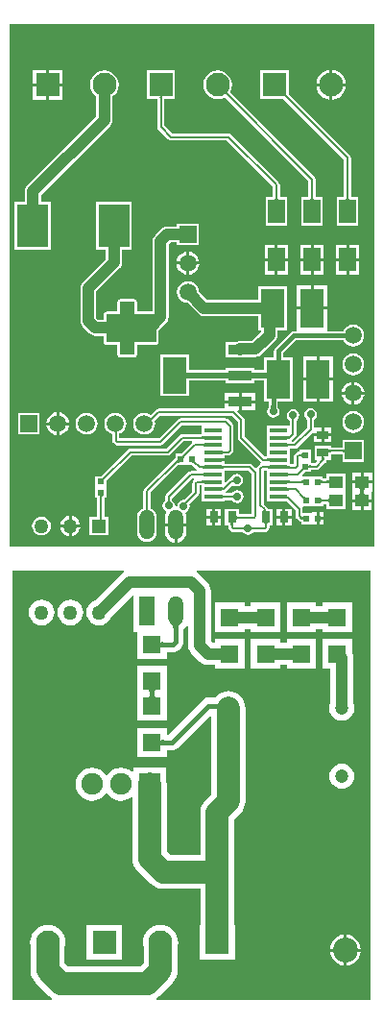
<source format=gtl>
G04*
G04 #@! TF.GenerationSoftware,Altium Limited,Altium Designer,20.0.13 (296)*
G04*
G04 Layer_Physical_Order=1*
G04 Layer_Color=255*
%FSLAX44Y44*%
%MOMM*%
G71*
G01*
G75*
%ADD11C,0.2000*%
%ADD16R,1.5000X2.1200*%
%ADD17R,0.6000X0.5000*%
%ADD18R,1.0000X0.8000*%
%ADD19R,0.5000X0.6000*%
%ADD20R,2.7940X3.8100*%
%ADD21R,2.1500X3.5000*%
%ADD22R,2.1500X0.9500*%
%ADD23R,2.1500X3.2500*%
%ADD24R,1.5600X0.4100*%
%ADD25R,1.6000X1.6000*%
%ADD26R,0.8000X1.0000*%
%ADD27R,1.2500X1.1000*%
%ADD55R,2.0000X2.0000*%
%ADD56C,2.0000*%
%ADD57C,0.3000*%
%ADD58C,0.4000*%
%ADD59C,1.0000*%
%ADD60C,0.5000*%
%ADD61C,2.2000*%
%ADD62R,1.2600X1.2600*%
%ADD63C,1.2600*%
%ADD64O,1.3208X2.6416*%
%ADD65R,1.3208X2.6416*%
%ADD66R,1.5000X1.5000*%
%ADD67C,1.5000*%
%ADD68R,1.5080X1.5080*%
%ADD69C,1.5080*%
%ADD70R,1.5000X1.5000*%
%ADD71C,1.9100*%
%ADD72R,1.9100X1.9100*%
%ADD73C,1.2000*%
%ADD74R,2.1000X2.1000*%
%ADD75C,2.1000*%
%ADD76C,0.7000*%
G36*
X324941Y405000D02*
X3059D01*
Y865941D01*
X324941D01*
Y405000D01*
D02*
G37*
G36*
X153554Y336548D02*
X153218Y336396D01*
X152921Y336143D01*
X152663Y335788D01*
X152445Y335332D01*
X152267Y334775D01*
X152128Y334117D01*
X152029Y333357D01*
X151970Y332496D01*
X151950Y331533D01*
X147950D01*
X147930Y332496D01*
X147772Y334117D01*
X147633Y334775D01*
X147455Y335332D01*
X147237Y335788D01*
X146980Y336143D01*
X146682Y336396D01*
X146346Y336548D01*
X145969Y336599D01*
X153931D01*
X153554Y336548D01*
D02*
G37*
G36*
X136979Y322620D02*
X137100Y322280D01*
X137302Y321980D01*
X137584Y321720D01*
X137947Y321500D01*
X138390Y321320D01*
X138914Y321180D01*
X139518Y321080D01*
X140204Y321020D01*
X140969Y321000D01*
Y317000D01*
X140204Y316980D01*
X139518Y316920D01*
X138914Y316820D01*
X138390Y316680D01*
X137947Y316500D01*
X137584Y316280D01*
X137302Y316020D01*
X137100Y315720D01*
X136979Y315380D01*
X136939Y315000D01*
Y323000D01*
X136979Y322620D01*
D02*
G37*
G36*
X321883Y6118D02*
X133109D01*
X132791Y7387D01*
X133408Y7718D01*
X135692Y9592D01*
X147408Y21308D01*
X149282Y23592D01*
X150675Y26198D01*
X151533Y29025D01*
X151823Y31966D01*
Y52792D01*
X152026Y53461D01*
X152325Y56500D01*
X152026Y59538D01*
X151139Y62460D01*
X149700Y65153D01*
X147763Y67513D01*
X145403Y69450D01*
X142710Y70889D01*
X139789Y71776D01*
X136750Y72075D01*
X133712Y71776D01*
X130790Y70889D01*
X128097Y69450D01*
X125737Y67513D01*
X123800Y65153D01*
X122361Y62460D01*
X121474Y59538D01*
X121175Y56500D01*
X121474Y53461D01*
X121677Y52792D01*
Y38209D01*
X118791Y35323D01*
X54959D01*
X52073Y38209D01*
Y52792D01*
X52276Y53461D01*
X52575Y56500D01*
X52276Y59538D01*
X51389Y62460D01*
X49950Y65153D01*
X48013Y67513D01*
X45653Y69450D01*
X42960Y70889D01*
X40038Y71776D01*
X37000Y72075D01*
X33962Y71776D01*
X31040Y70889D01*
X28347Y69450D01*
X25987Y67513D01*
X24050Y65153D01*
X22611Y62460D01*
X21724Y59538D01*
X21425Y56500D01*
X21724Y53461D01*
X21927Y52792D01*
Y31966D01*
X22217Y29025D01*
X23075Y26198D01*
X24468Y23592D01*
X26342Y21308D01*
X38058Y9592D01*
X40342Y7718D01*
X40959Y7387D01*
X40641Y6118D01*
X6118D01*
Y384500D01*
X104546D01*
X104798Y383230D01*
X104207Y382985D01*
X102118Y381382D01*
X78929Y358193D01*
X76701Y357271D01*
X74341Y355459D01*
X72530Y353099D01*
X71391Y350350D01*
X71003Y347400D01*
X71391Y344450D01*
X72530Y341701D01*
X74341Y339341D01*
X76701Y337529D01*
X79450Y336391D01*
X82400Y336003D01*
X85350Y336391D01*
X88099Y337529D01*
X90459Y339341D01*
X92271Y341701D01*
X93193Y343929D01*
X111773Y362509D01*
X112946Y362022D01*
Y330192D01*
X116000D01*
Y306250D01*
X142000D01*
Y311940D01*
X147250D01*
X149077Y312180D01*
X150780Y312885D01*
X152242Y314008D01*
X154942Y316707D01*
X156065Y318170D01*
X156770Y319873D01*
X157010Y321700D01*
Y331263D01*
X157047Y331428D01*
X157064Y332267D01*
X157090Y332649D01*
X158226Y333520D01*
X159644Y335368D01*
X160914Y334936D01*
Y318500D01*
X161257Y315889D01*
X162265Y313457D01*
X163868Y311368D01*
X171368Y303868D01*
X173457Y302265D01*
X175889Y301257D01*
X178500Y300914D01*
X184500D01*
Y298000D01*
X210500D01*
Y324000D01*
X184500D01*
Y321086D01*
X182678D01*
X181086Y322678D01*
Y366750D01*
X180743Y369361D01*
X179735Y371793D01*
X178132Y373882D01*
X170632Y381382D01*
X168543Y382985D01*
X167952Y383230D01*
X168204Y384500D01*
X321883D01*
Y6118D01*
D02*
G37*
%LPC*%
G36*
X288270Y825485D02*
Y813770D01*
X299985D01*
X299704Y815904D01*
X298390Y819076D01*
X296300Y821800D01*
X293576Y823890D01*
X290404Y825204D01*
X288270Y825485D01*
D02*
G37*
G36*
X285730D02*
X283596Y825204D01*
X280424Y823890D01*
X277700Y821800D01*
X275610Y819076D01*
X274296Y815904D01*
X274015Y813770D01*
X285730D01*
Y825485D01*
D02*
G37*
G36*
X50040Y825540D02*
X38270D01*
Y813770D01*
X50040D01*
Y825540D01*
D02*
G37*
G36*
X35730D02*
X23960D01*
Y813770D01*
X35730D01*
Y825540D01*
D02*
G37*
G36*
X299985Y811230D02*
X288270D01*
Y799515D01*
X290404Y799796D01*
X293576Y801110D01*
X296300Y803200D01*
X298390Y805924D01*
X299704Y809096D01*
X299985Y811230D01*
D02*
G37*
G36*
X285730D02*
X274015D01*
X274296Y809096D01*
X275610Y805924D01*
X277700Y803200D01*
X280424Y801110D01*
X283596Y799796D01*
X285730Y799515D01*
Y811230D01*
D02*
G37*
G36*
X50040D02*
X38270D01*
Y799460D01*
X50040D01*
Y811230D01*
D02*
G37*
G36*
X35730D02*
X23960D01*
Y799460D01*
X35730D01*
Y811230D01*
D02*
G37*
G36*
X249500Y825000D02*
X224500D01*
Y800000D01*
X245174D01*
X298441Y746733D01*
Y713250D01*
X292000D01*
Y688050D01*
X311000D01*
Y713250D01*
X304559D01*
Y748000D01*
X304326Y749171D01*
X303663Y750163D01*
X303663Y750163D01*
X249500Y804326D01*
Y825000D01*
D02*
G37*
G36*
X187000Y825108D02*
X183737Y824678D01*
X180696Y823419D01*
X178085Y821415D01*
X176081Y818804D01*
X174822Y815763D01*
X174392Y812500D01*
X174822Y809237D01*
X176081Y806196D01*
X178085Y803585D01*
X180696Y801581D01*
X183737Y800322D01*
X187000Y799892D01*
X190263Y800322D01*
X193304Y801581D01*
X193468Y801707D01*
X267191Y727983D01*
Y713250D01*
X260750D01*
Y688050D01*
X279750D01*
Y713250D01*
X273309D01*
Y729250D01*
X273076Y730421D01*
X272413Y731413D01*
X272413Y731413D01*
X197793Y806032D01*
X197919Y806196D01*
X199178Y809237D01*
X199608Y812500D01*
X199178Y815763D01*
X197919Y818804D01*
X195915Y821415D01*
X193304Y823419D01*
X190263Y824678D01*
X187000Y825108D01*
D02*
G37*
G36*
X149500Y825000D02*
X124500D01*
Y800000D01*
X133941D01*
Y775250D01*
X133941Y775250D01*
X134174Y774080D01*
X134837Y773087D01*
X143587Y764337D01*
X143587Y764337D01*
X144579Y763674D01*
X145750Y763441D01*
X145750Y763441D01*
X195233D01*
X235718Y722957D01*
Y713250D01*
X229277D01*
Y688050D01*
X248276D01*
Y713250D01*
X241835D01*
Y724223D01*
X241602Y725394D01*
X240939Y726386D01*
X240939Y726386D01*
X198663Y768663D01*
X197670Y769326D01*
X196500Y769559D01*
X196500Y769559D01*
X147017D01*
X140059Y776517D01*
Y800000D01*
X149500D01*
Y825000D01*
D02*
G37*
G36*
X111405Y709050D02*
X79465D01*
Y666950D01*
X88375D01*
Y658609D01*
X68008Y638242D01*
X66885Y636780D01*
X66180Y635077D01*
X65940Y633250D01*
Y604108D01*
X66180Y602281D01*
X66885Y600578D01*
X68008Y599115D01*
X73865Y593258D01*
X75328Y592136D01*
X77031Y591430D01*
X78858Y591190D01*
X86711D01*
Y585500D01*
X86866Y584720D01*
X87308Y584058D01*
X87970Y583616D01*
X88750Y583461D01*
X98711D01*
Y574500D01*
X98866Y573720D01*
X99308Y573058D01*
X99970Y572616D01*
X100750Y572461D01*
X113750D01*
X114530Y572616D01*
X115192Y573058D01*
X115634Y573720D01*
X115789Y574500D01*
Y583461D01*
X132750D01*
X133530Y583616D01*
X134192Y584058D01*
X134634Y584720D01*
X134789Y585500D01*
Y596054D01*
X141742Y603008D01*
X142865Y604470D01*
X143570Y606173D01*
X143810Y608000D01*
Y671868D01*
X145532Y673590D01*
X151210D01*
Y671110D01*
X170290D01*
Y690190D01*
X151210D01*
Y687710D01*
X142608D01*
X140780Y687470D01*
X139078Y686765D01*
X137615Y685642D01*
X131757Y679785D01*
X130635Y678322D01*
X129930Y676619D01*
X129690Y674792D01*
Y612539D01*
X115789D01*
Y621500D01*
X115634Y622280D01*
X115192Y622942D01*
X114530Y623384D01*
X113750Y623539D01*
X100750D01*
X99970Y623384D01*
X99308Y622942D01*
X98866Y622280D01*
X98711Y621500D01*
Y612539D01*
X88750D01*
X87970Y612384D01*
X87308Y611942D01*
X86866Y611280D01*
X86711Y610500D01*
Y605310D01*
X81782D01*
X80060Y607032D01*
Y630326D01*
X100427Y650693D01*
X101550Y652155D01*
X102255Y653858D01*
X102495Y655685D01*
Y666950D01*
X111405D01*
Y709050D01*
D02*
G37*
G36*
X87000Y825108D02*
X83737Y824678D01*
X80696Y823419D01*
X78085Y821415D01*
X76081Y818804D01*
X74822Y815763D01*
X74392Y812500D01*
X74822Y809237D01*
X76081Y806196D01*
X78085Y803585D01*
X79940Y802162D01*
Y784425D01*
X19073Y723558D01*
X17951Y722095D01*
X17245Y720392D01*
X17005Y718565D01*
Y709050D01*
X8095D01*
Y666950D01*
X40035D01*
Y709050D01*
X31125D01*
Y715640D01*
X91992Y776508D01*
X93115Y777970D01*
X93820Y779673D01*
X94060Y781500D01*
Y802162D01*
X95915Y803585D01*
X97919Y806196D01*
X99178Y809237D01*
X99608Y812500D01*
X99178Y815763D01*
X97919Y818804D01*
X95915Y821415D01*
X93304Y823419D01*
X90263Y824678D01*
X87000Y825108D01*
D02*
G37*
G36*
X311540Y671490D02*
X302770D01*
Y659620D01*
X311540D01*
Y671490D01*
D02*
G37*
G36*
X248816D02*
X240047D01*
Y659620D01*
X248816D01*
Y671490D01*
D02*
G37*
G36*
X300230D02*
X291460D01*
Y659620D01*
X300230D01*
Y671490D01*
D02*
G37*
G36*
X237507D02*
X228736D01*
Y659620D01*
X237507D01*
Y671490D01*
D02*
G37*
G36*
X280290D02*
X271520D01*
Y659620D01*
X280290D01*
Y671490D01*
D02*
G37*
G36*
X268980D02*
X260210D01*
Y659620D01*
X268980D01*
Y671490D01*
D02*
G37*
G36*
X162020Y665250D02*
Y656520D01*
X170750D01*
X170571Y657881D01*
X169555Y660333D01*
X167939Y662439D01*
X165833Y664055D01*
X163381Y665070D01*
X162020Y665250D01*
D02*
G37*
G36*
X159480D02*
X158119Y665070D01*
X155667Y664055D01*
X153561Y662439D01*
X151945Y660333D01*
X150929Y657881D01*
X150750Y656520D01*
X159480D01*
Y665250D01*
D02*
G37*
G36*
X170750Y653980D02*
X162020D01*
Y645250D01*
X163381Y645430D01*
X165833Y646445D01*
X167939Y648061D01*
X169555Y650166D01*
X170571Y652619D01*
X170750Y653980D01*
D02*
G37*
G36*
X159480D02*
X150750D01*
X150929Y652619D01*
X151945Y650166D01*
X153561Y648061D01*
X155667Y646445D01*
X158119Y645430D01*
X159480Y645250D01*
Y653980D01*
D02*
G37*
G36*
X311540Y657080D02*
X302770D01*
Y645210D01*
X311540D01*
Y657080D01*
D02*
G37*
G36*
X300230D02*
X291460D01*
Y645210D01*
X300230D01*
Y657080D01*
D02*
G37*
G36*
X280290Y657080D02*
X271520D01*
Y645210D01*
X280290D01*
Y657080D01*
D02*
G37*
G36*
X268980D02*
X260210D01*
Y645210D01*
X268980D01*
Y657080D01*
D02*
G37*
G36*
X248816Y657080D02*
X240047D01*
Y645210D01*
X248816D01*
Y657080D01*
D02*
G37*
G36*
X237507D02*
X228736D01*
Y645210D01*
X237507D01*
Y657080D01*
D02*
G37*
G36*
X283540Y635790D02*
X271520D01*
Y617020D01*
X283540D01*
Y635790D01*
D02*
G37*
G36*
X268980D02*
X256960D01*
Y617020D01*
X268980D01*
Y635790D01*
D02*
G37*
G36*
X43790Y610540D02*
X37750D01*
Y610500D01*
X43790D01*
Y610540D01*
D02*
G37*
G36*
X24750D02*
X18710D01*
Y610500D01*
X24750D01*
Y610540D01*
D02*
G37*
G36*
X43790Y585500D02*
X37750D01*
Y585460D01*
X43790D01*
Y585500D01*
D02*
G37*
G36*
X24750D02*
X18710D01*
Y585460D01*
X24750D01*
Y585500D01*
D02*
G37*
G36*
X283540Y614480D02*
X270250D01*
X256960D01*
Y596748D01*
X256960Y595710D01*
X255786Y595478D01*
X254150D01*
X252589Y595168D01*
X251266Y594284D01*
X251266Y594284D01*
X237616Y580634D01*
X236732Y579311D01*
X236422Y577750D01*
X236422Y577750D01*
Y572500D01*
X227750D01*
Y560838D01*
X219500D01*
Y563000D01*
X194000D01*
Y560838D01*
X161500D01*
Y574500D01*
X136000D01*
Y538000D01*
X161500D01*
Y551662D01*
X194000D01*
Y549500D01*
X219500D01*
Y551662D01*
X227750D01*
Y533500D01*
X231922D01*
Y528818D01*
X231902Y528595D01*
X231887Y528494D01*
X230819Y526896D01*
X230392Y524750D01*
X230819Y522604D01*
X232035Y520785D01*
X233854Y519569D01*
X236000Y519142D01*
X238146Y519569D01*
X239965Y520785D01*
X241181Y522604D01*
X241608Y524750D01*
X241181Y526896D01*
X240113Y528494D01*
X240100Y528577D01*
X240078Y528898D01*
Y533500D01*
X253250D01*
Y572500D01*
X244578D01*
Y576061D01*
X255839Y587322D01*
X297907D01*
X298202Y586609D01*
X299725Y584625D01*
X301709Y583102D01*
X304020Y582145D01*
X306500Y581818D01*
X308980Y582145D01*
X311291Y583102D01*
X313275Y584625D01*
X314798Y586609D01*
X315756Y588920D01*
X316082Y591400D01*
X315756Y593880D01*
X314798Y596191D01*
X313275Y598176D01*
X311291Y599698D01*
X308980Y600656D01*
X306500Y600982D01*
X304020Y600656D01*
X301709Y599698D01*
X299725Y598176D01*
X298202Y596191D01*
X297907Y595478D01*
X284714D01*
X283540Y595710D01*
X283540Y596748D01*
Y614480D01*
D02*
G37*
G36*
X160750Y639472D02*
X158260Y639144D01*
X155939Y638183D01*
X153946Y636654D01*
X152417Y634661D01*
X151456Y632340D01*
X151128Y629850D01*
X151456Y627360D01*
X152417Y625039D01*
X153946Y623046D01*
X155939Y621517D01*
X158260Y620556D01*
X160332Y620283D01*
X169858Y610758D01*
X171320Y609636D01*
X173023Y608930D01*
X174850Y608690D01*
X222500D01*
Y596250D01*
X225690D01*
Y594674D01*
X221922Y590906D01*
X221820Y590864D01*
X220358Y589743D01*
X217176Y586560D01*
X207000D01*
X205173Y586320D01*
X204401Y586000D01*
X194000D01*
Y572500D01*
X204754D01*
X204923Y572430D01*
X206750Y572190D01*
X208577Y572430D01*
X208600Y572440D01*
X220100D01*
X221928Y572680D01*
X223631Y573386D01*
X225093Y574508D01*
X229179Y578594D01*
X229280Y578636D01*
X230742Y579758D01*
X237743Y586758D01*
X238864Y588220D01*
X239570Y589923D01*
X239810Y591750D01*
Y596250D01*
X248000D01*
Y635250D01*
X222500D01*
Y622810D01*
X177775D01*
X170317Y630267D01*
X170044Y632340D01*
X169083Y634661D01*
X167554Y636654D01*
X165561Y638183D01*
X163240Y639144D01*
X160750Y639472D01*
D02*
G37*
G36*
X306500Y575582D02*
X304020Y575256D01*
X301709Y574298D01*
X299725Y572775D01*
X298202Y570791D01*
X297244Y568480D01*
X296918Y566000D01*
X297244Y563520D01*
X298202Y561209D01*
X299725Y559225D01*
X301709Y557702D01*
X304020Y556745D01*
X306500Y556418D01*
X308980Y556745D01*
X311291Y557702D01*
X313275Y559225D01*
X314798Y561209D01*
X315756Y563520D01*
X316082Y566000D01*
X315756Y568480D01*
X314798Y570791D01*
X313275Y572775D01*
X311291Y574298D01*
X308980Y575256D01*
X306500Y575582D01*
D02*
G37*
G36*
X288790Y573040D02*
X276770D01*
Y554270D01*
X288790D01*
Y573040D01*
D02*
G37*
G36*
X274230D02*
X262210D01*
Y554270D01*
X274230D01*
Y573040D01*
D02*
G37*
G36*
X307770Y550559D02*
Y541870D01*
X316459D01*
X316282Y543221D01*
X315270Y545663D01*
X313661Y547761D01*
X311563Y549370D01*
X309121Y550382D01*
X307770Y550559D01*
D02*
G37*
G36*
X305230D02*
X303879Y550382D01*
X301437Y549370D01*
X299339Y547761D01*
X297730Y545663D01*
X296718Y543221D01*
X296541Y541870D01*
X305230D01*
Y550559D01*
D02*
G37*
G36*
X220040Y540540D02*
X208020D01*
Y534520D01*
X220040D01*
Y540540D01*
D02*
G37*
G36*
X205480D02*
X193460D01*
Y534520D01*
X205480D01*
Y540540D01*
D02*
G37*
G36*
X288790Y551730D02*
X276770D01*
Y532960D01*
X288790D01*
Y551730D01*
D02*
G37*
G36*
X274230D02*
X262210D01*
Y532960D01*
X274230D01*
Y551730D01*
D02*
G37*
G36*
X316459Y539330D02*
X307770D01*
Y530641D01*
X309121Y530818D01*
X311563Y531830D01*
X313661Y533439D01*
X315270Y535537D01*
X316282Y537979D01*
X316459Y539330D01*
D02*
G37*
G36*
X305230D02*
X296541D01*
X296718Y537979D01*
X297730Y535537D01*
X299339Y533439D01*
X301437Y531830D01*
X303879Y530818D01*
X305230Y530641D01*
Y539330D01*
D02*
G37*
G36*
X205480Y531980D02*
X193460D01*
Y527059D01*
X134872D01*
X134872Y527059D01*
X133701Y526826D01*
X132709Y526163D01*
X127898Y521352D01*
X126991Y522048D01*
X124680Y523005D01*
X122200Y523332D01*
X119720Y523005D01*
X117409Y522048D01*
X115425Y520526D01*
X113902Y518541D01*
X112945Y516230D01*
X112618Y513750D01*
X112945Y511270D01*
X113902Y508959D01*
X115425Y506975D01*
X117409Y505452D01*
X119720Y504495D01*
X122200Y504168D01*
X124680Y504495D01*
X126991Y505452D01*
X128975Y506975D01*
X130498Y508959D01*
X131455Y511270D01*
X131782Y513750D01*
X131455Y516230D01*
X131447Y516250D01*
X136139Y520941D01*
X199483D01*
X204691Y515733D01*
Y501250D01*
X204691Y501250D01*
X204924Y500079D01*
X205587Y499087D01*
X224837Y479837D01*
X224837Y479837D01*
X225067Y479684D01*
X224799Y478335D01*
X224751Y478326D01*
X223759Y477663D01*
X223759Y477663D01*
X222587Y476491D01*
X221924Y475499D01*
X221874Y475248D01*
X220496Y474830D01*
X217663Y477663D01*
X216671Y478326D01*
X215500Y478559D01*
X215500Y478559D01*
X193290D01*
Y480730D01*
X182950D01*
Y483270D01*
X193290D01*
Y485441D01*
X196250D01*
X196250Y485441D01*
X197421Y485674D01*
X198413Y486337D01*
X200163Y488087D01*
X200163Y488087D01*
X200826Y489079D01*
X201059Y490250D01*
Y511500D01*
X201059Y511500D01*
X200826Y512671D01*
X200163Y513663D01*
X200163Y513663D01*
X196163Y517663D01*
X195171Y518326D01*
X194000Y518559D01*
X194000Y518559D01*
X154500D01*
X153329Y518326D01*
X152337Y517663D01*
X152337Y517663D01*
X135483Y500809D01*
X100309D01*
Y504921D01*
X101591Y505452D01*
X103575Y506975D01*
X105098Y508959D01*
X106055Y511270D01*
X106382Y513750D01*
X106055Y516230D01*
X105098Y518541D01*
X103575Y520526D01*
X101591Y522048D01*
X99280Y523005D01*
X96800Y523332D01*
X94320Y523005D01*
X92009Y522048D01*
X90025Y520526D01*
X88502Y518541D01*
X87545Y516230D01*
X87218Y513750D01*
X87545Y511270D01*
X88502Y508959D01*
X90025Y506975D01*
X92009Y505452D01*
X94191Y504548D01*
Y498922D01*
X94191Y498922D01*
X94424Y497751D01*
X95087Y496759D01*
X96259Y495587D01*
X96259Y495587D01*
X97251Y494924D01*
X98422Y494691D01*
X98422Y494691D01*
X136750D01*
X136750Y494691D01*
X137921Y494924D01*
X138913Y495587D01*
X155767Y512441D01*
X172042D01*
X173150Y512050D01*
Y504559D01*
X155750D01*
X155750Y504559D01*
X154579Y504326D01*
X153587Y503663D01*
X141733Y491809D01*
X110000D01*
X108829Y491576D01*
X107837Y490913D01*
X107837Y490913D01*
X84174Y467250D01*
X79000D01*
Y458520D01*
X79000Y458250D01*
Y457250D01*
X79000Y456980D01*
Y448250D01*
X80941D01*
Y431900D01*
X74100D01*
Y415300D01*
X90700D01*
Y431900D01*
X87059D01*
Y448250D01*
X89000D01*
Y456980D01*
X89000Y457250D01*
Y458250D01*
X89000Y458520D01*
Y463424D01*
X111267Y485691D01*
X143000D01*
X143000Y485691D01*
X144171Y485924D01*
X145163Y486587D01*
X157017Y498441D01*
X164214D01*
X164600Y497171D01*
X164587Y497163D01*
X164587Y497163D01*
X156962Y489538D01*
X156962Y489538D01*
X155196Y487772D01*
X154856Y487454D01*
X154681Y487313D01*
X149563D01*
Y483172D01*
X149392Y483138D01*
X148400Y482475D01*
X122387Y456463D01*
X121724Y455471D01*
X121491Y454300D01*
X121491Y454300D01*
Y439250D01*
X120211Y438720D01*
X118414Y437341D01*
X117034Y435543D01*
X116167Y433450D01*
X115872Y431204D01*
Y417996D01*
X116167Y415750D01*
X117034Y413657D01*
X118414Y411860D01*
X120211Y410480D01*
X122304Y409613D01*
X124550Y409318D01*
X126796Y409613D01*
X128889Y410480D01*
X130686Y411860D01*
X132066Y413657D01*
X132933Y415750D01*
X133228Y417996D01*
Y431204D01*
X132933Y433450D01*
X132066Y435543D01*
X130686Y437341D01*
X128889Y438720D01*
X127609Y439250D01*
Y453033D01*
X151830Y477254D01*
X152562D01*
X152563Y477254D01*
X152858Y477313D01*
X158293D01*
X158562Y477313D01*
Y477313D01*
X159563D01*
Y477313D01*
X164737D01*
X168712Y473337D01*
X168712Y473337D01*
X168725Y473329D01*
X168339Y472059D01*
X163500D01*
X162330Y471826D01*
X161337Y471163D01*
X141543Y451369D01*
X140880Y450377D01*
X140647Y449206D01*
X140647Y449206D01*
Y446144D01*
X139741Y445538D01*
X138525Y443719D01*
X138098Y441573D01*
X138525Y439427D01*
X139741Y437608D01*
X141061Y436726D01*
X141574Y436208D01*
X141657Y435078D01*
X141041Y433591D01*
X140727Y431204D01*
Y425870D01*
X149950D01*
X159173D01*
Y431204D01*
X158859Y433591D01*
X158362Y434790D01*
X158961Y435910D01*
X159053Y435928D01*
X160872Y437144D01*
X162088Y438963D01*
X162515Y441109D01*
X162169Y442844D01*
X169913Y450587D01*
X169913Y450587D01*
X170576Y451580D01*
X170809Y452750D01*
X170809Y452750D01*
Y459441D01*
X173150D01*
Y451950D01*
Y445450D01*
X192750D01*
Y446441D01*
X199679D01*
X200285Y445535D01*
X202104Y444319D01*
X204250Y443892D01*
X206396Y444319D01*
X208215Y445535D01*
X209431Y447354D01*
X209858Y449500D01*
X209431Y451646D01*
X208215Y453465D01*
X206396Y454681D01*
X204250Y455108D01*
X202104Y454681D01*
X200285Y453465D01*
X199679Y452559D01*
X194622D01*
X194237Y453829D01*
X194741Y454166D01*
X200280Y459704D01*
X201604Y458819D01*
X203750Y458392D01*
X205896Y458819D01*
X207715Y460035D01*
X208931Y461854D01*
X209358Y464000D01*
X208931Y466146D01*
X207715Y467965D01*
X205896Y469181D01*
X203750Y469608D01*
X201604Y469181D01*
X199785Y467965D01*
X198569Y466146D01*
X198549Y466043D01*
X198233Y465980D01*
X197241Y465317D01*
X197241Y465317D01*
X193923Y461999D01*
X192750Y462485D01*
Y472441D01*
X214233D01*
X217191Y469483D01*
Y434059D01*
X205500D01*
Y438250D01*
X193500D01*
Y424250D01*
X196441D01*
Y422422D01*
X196441Y422422D01*
X196674Y421251D01*
X197337Y420259D01*
X198509Y419087D01*
X198509Y419087D01*
X199501Y418424D01*
X200672Y418191D01*
X200672Y418191D01*
X209179D01*
X209785Y417285D01*
X211604Y416069D01*
X213750Y415642D01*
X215896Y416069D01*
X217715Y417285D01*
X218321Y418191D01*
X228328D01*
X228328Y418191D01*
X229499Y418424D01*
X230491Y419087D01*
X231663Y420259D01*
X231663Y420259D01*
X232326Y421251D01*
X232559Y422422D01*
X232559Y422422D01*
Y424250D01*
X235500D01*
Y438250D01*
X231446D01*
X231248Y439249D01*
X230585Y440241D01*
X230584Y440241D01*
X227809Y443017D01*
Y472441D01*
X230750D01*
Y464950D01*
Y458450D01*
Y451950D01*
Y445450D01*
X241304D01*
X241600Y445391D01*
X247783D01*
X255941Y437233D01*
Y432250D01*
X255941Y432250D01*
X256174Y431079D01*
X256837Y430087D01*
X258837Y428087D01*
X258837Y428087D01*
X259830Y427424D01*
X261000Y427191D01*
Y425250D01*
X269414Y425250D01*
X270460Y424710D01*
X271046Y424710D01*
X274230D01*
Y430250D01*
Y435790D01*
X270460D01*
X269414Y435250D01*
X262059Y435250D01*
Y438500D01*
X261826Y439670D01*
X261786Y439730D01*
X262465Y441000D01*
X269730D01*
X270000Y441000D01*
X271000D01*
X271270Y441000D01*
X280000D01*
Y442941D01*
X283000D01*
Y438500D01*
X299500D01*
Y453480D01*
X299500Y453500D01*
X299548Y454750D01*
X299750D01*
Y469750D01*
X283250D01*
Y465559D01*
X279750D01*
Y467500D01*
X271020D01*
X270750Y467500D01*
X269750D01*
X269480Y467500D01*
X261872D01*
X261346Y468770D01*
X264076Y471500D01*
X269250D01*
Y472941D01*
X274250D01*
X274250Y472941D01*
X275421Y473174D01*
X276413Y473837D01*
X281913Y479337D01*
X281913Y479337D01*
X282576Y480330D01*
X282809Y481500D01*
X283886Y482000D01*
X286750D01*
Y486741D01*
X297000D01*
Y480300D01*
X316000D01*
Y499300D01*
X297000D01*
Y492859D01*
X286750D01*
Y494000D01*
X272750D01*
Y482000D01*
X274265D01*
X274751Y480827D01*
X272983Y479059D01*
X269250D01*
Y480500D01*
X269250D01*
Y481500D01*
X269250D01*
Y490500D01*
X259250D01*
Y489916D01*
X258422Y489059D01*
X257251Y488826D01*
X256259Y488163D01*
X256259Y488163D01*
X255087Y486991D01*
X254424Y485999D01*
X254191Y484828D01*
X254191Y484828D01*
Y478309D01*
X250350D01*
Y484450D01*
Y491941D01*
X255250D01*
X255250Y491941D01*
X256420Y492174D01*
X257413Y492837D01*
X270940Y506364D01*
X271808Y506149D01*
X272210Y505876D01*
Y505270D01*
X278480D01*
Y510540D01*
X272210Y510540D01*
X272059Y511747D01*
Y517429D01*
X272965Y518035D01*
X274181Y519854D01*
X274608Y522000D01*
X274181Y524146D01*
X272965Y525965D01*
X271146Y527181D01*
X269000Y527608D01*
X266854Y527181D01*
X265035Y525965D01*
X263819Y524146D01*
X263392Y522000D01*
X263819Y519854D01*
X265035Y518035D01*
X265941Y517429D01*
Y510017D01*
X253983Y498059D01*
X252786D01*
X252400Y499329D01*
X252413Y499337D01*
X255663Y502587D01*
X255663Y502587D01*
X256326Y503579D01*
X256559Y504750D01*
Y516429D01*
X257465Y517035D01*
X258681Y518854D01*
X259108Y521000D01*
X258681Y523146D01*
X257465Y524965D01*
X255646Y526181D01*
X253500Y526608D01*
X251354Y526181D01*
X249535Y524965D01*
X248319Y523146D01*
X247892Y521000D01*
X248319Y518854D01*
X249535Y517035D01*
X250441Y516429D01*
Y513282D01*
X250350Y512050D01*
X230750D01*
Y503950D01*
Y497450D01*
Y485059D01*
X228267D01*
X210809Y502517D01*
Y517000D01*
X210809Y517000D01*
X210576Y518171D01*
X209913Y519163D01*
X209913Y519163D01*
X204289Y524787D01*
X204775Y525960D01*
X205480D01*
Y531980D01*
D02*
G37*
G36*
X220040D02*
X208020D01*
Y525960D01*
X220040D01*
Y531980D01*
D02*
G37*
G36*
X47270Y523709D02*
Y515020D01*
X55959D01*
X55782Y516371D01*
X54770Y518813D01*
X53161Y520911D01*
X51063Y522520D01*
X48621Y523532D01*
X47270Y523709D01*
D02*
G37*
G36*
X44730D02*
X43379Y523532D01*
X40937Y522520D01*
X38839Y520911D01*
X37230Y518813D01*
X36218Y516371D01*
X36041Y515020D01*
X44730D01*
Y523709D01*
D02*
G37*
G36*
X306500Y524782D02*
X304020Y524455D01*
X301709Y523498D01*
X299725Y521976D01*
X298202Y519991D01*
X297244Y517680D01*
X296918Y515200D01*
X297244Y512720D01*
X298202Y510409D01*
X299725Y508425D01*
X301709Y506902D01*
X304020Y505945D01*
X306500Y505618D01*
X308980Y505945D01*
X311291Y506902D01*
X313275Y508425D01*
X314798Y510409D01*
X315756Y512720D01*
X316082Y515200D01*
X315756Y517680D01*
X314798Y519991D01*
X313275Y521976D01*
X311291Y523498D01*
X308980Y524455D01*
X306500Y524782D01*
D02*
G37*
G36*
X281020Y510540D02*
Y505270D01*
X287290D01*
Y510540D01*
X281020D01*
D02*
G37*
G36*
X30100Y523250D02*
X11100D01*
Y504250D01*
X30100D01*
Y523250D01*
D02*
G37*
G36*
X71400Y523332D02*
X68920Y523005D01*
X66609Y522048D01*
X64625Y520526D01*
X63102Y518541D01*
X62145Y516230D01*
X61818Y513750D01*
X62145Y511270D01*
X63102Y508959D01*
X64625Y506975D01*
X66609Y505452D01*
X68920Y504495D01*
X71400Y504168D01*
X73880Y504495D01*
X76191Y505452D01*
X78176Y506975D01*
X79698Y508959D01*
X80655Y511270D01*
X80982Y513750D01*
X80655Y516230D01*
X79698Y518541D01*
X78176Y520526D01*
X76191Y522048D01*
X73880Y523005D01*
X71400Y523332D01*
D02*
G37*
G36*
X55959Y512480D02*
X47270D01*
Y503791D01*
X48621Y503968D01*
X51063Y504980D01*
X53161Y506589D01*
X54770Y508687D01*
X55782Y511129D01*
X55959Y512480D01*
D02*
G37*
G36*
X44730D02*
X36041D01*
X36218Y511129D01*
X37230Y508687D01*
X38839Y506589D01*
X40937Y504980D01*
X43379Y503968D01*
X44730Y503791D01*
Y512480D01*
D02*
G37*
G36*
X287290Y502730D02*
X281020D01*
Y497460D01*
X287290D01*
Y502730D01*
D02*
G37*
G36*
X278480D02*
X272210D01*
Y497460D01*
X278480D01*
Y502730D01*
D02*
G37*
G36*
X323290Y470290D02*
X315770D01*
Y463520D01*
X323290D01*
Y470290D01*
D02*
G37*
G36*
X313230D02*
X305710D01*
Y463520D01*
X313230D01*
Y470290D01*
D02*
G37*
G36*
X323290Y460980D02*
X305710D01*
Y455206D01*
X305460Y454040D01*
X305460Y453044D01*
Y447270D01*
X323040D01*
Y453044D01*
X323290Y454210D01*
X323290Y455206D01*
Y460980D01*
D02*
G37*
G36*
X323040Y444730D02*
X315520D01*
Y437960D01*
X323040D01*
Y444730D01*
D02*
G37*
G36*
X312980D02*
X305460D01*
Y437960D01*
X312980D01*
Y444730D01*
D02*
G37*
G36*
X252040Y438790D02*
X246770D01*
Y432520D01*
X252040D01*
Y438790D01*
D02*
G37*
G36*
X244230D02*
X238960D01*
Y432520D01*
X244230D01*
Y438790D01*
D02*
G37*
G36*
X190040D02*
X184770D01*
Y432520D01*
X190040D01*
Y438790D01*
D02*
G37*
G36*
X182230D02*
X176960D01*
Y432520D01*
X182230D01*
Y438790D01*
D02*
G37*
G36*
X276770Y435790D02*
Y431520D01*
X280540D01*
Y435790D01*
X276770D01*
D02*
G37*
G36*
X58270Y432349D02*
Y424870D01*
X65749D01*
X65613Y425908D01*
X64722Y428058D01*
X63305Y429905D01*
X61458Y431322D01*
X59308Y432212D01*
X58270Y432349D01*
D02*
G37*
G36*
X55730D02*
X54692Y432212D01*
X52542Y431322D01*
X50695Y429905D01*
X49278Y428058D01*
X48388Y425908D01*
X48251Y424870D01*
X55730D01*
Y432349D01*
D02*
G37*
G36*
X280540Y428980D02*
X276770D01*
Y424710D01*
X280540D01*
Y428980D01*
D02*
G37*
G36*
X252040Y429980D02*
X246770D01*
Y423710D01*
X252040D01*
Y429980D01*
D02*
G37*
G36*
X244230D02*
X238960D01*
Y423710D01*
X244230D01*
Y429980D01*
D02*
G37*
G36*
X190040Y429980D02*
X184770D01*
Y423710D01*
X190040D01*
Y429980D01*
D02*
G37*
G36*
X182230D02*
X176960D01*
Y423710D01*
X182230D01*
Y429980D01*
D02*
G37*
G36*
X31600Y431972D02*
X29433Y431686D01*
X27414Y430850D01*
X25680Y429520D01*
X24350Y427786D01*
X23514Y425767D01*
X23228Y423600D01*
X23514Y421433D01*
X24350Y419414D01*
X25680Y417680D01*
X27414Y416350D01*
X29433Y415514D01*
X31600Y415228D01*
X33767Y415514D01*
X35786Y416350D01*
X37520Y417680D01*
X38850Y419414D01*
X39686Y421433D01*
X39972Y423600D01*
X39686Y425767D01*
X38850Y427786D01*
X37520Y429520D01*
X35786Y430850D01*
X33767Y431686D01*
X31600Y431972D01*
D02*
G37*
G36*
X65749Y422330D02*
X58270D01*
Y414851D01*
X59308Y414987D01*
X61458Y415878D01*
X63305Y417295D01*
X64722Y419142D01*
X65613Y421292D01*
X65749Y422330D01*
D02*
G37*
G36*
X55730D02*
X48251D01*
X48388Y421292D01*
X49278Y419142D01*
X50695Y417295D01*
X52542Y415878D01*
X54692Y414987D01*
X55730Y414851D01*
Y422330D01*
D02*
G37*
G36*
X159173Y423330D02*
X151220D01*
Y408940D01*
X152337Y409087D01*
X154561Y410009D01*
X156472Y411474D01*
X157937Y413385D01*
X158859Y415609D01*
X159173Y417996D01*
Y423330D01*
D02*
G37*
G36*
X148680D02*
X140727D01*
Y417996D01*
X141041Y415609D01*
X141963Y413385D01*
X143428Y411474D01*
X145338Y410009D01*
X147563Y409087D01*
X148680Y408940D01*
Y423330D01*
D02*
G37*
%LPD*%
G36*
X302510Y712834D02*
X302540Y712489D01*
X302590Y712184D01*
X302660Y711920D01*
X302750Y711697D01*
X302860Y711514D01*
X302990Y711372D01*
X303140Y711270D01*
X303310Y711209D01*
X303500Y711189D01*
X299500D01*
X299690Y711209D01*
X299860Y711270D01*
X300010Y711372D01*
X300140Y711514D01*
X300250Y711697D01*
X300340Y711920D01*
X300410Y712184D01*
X300460Y712489D01*
X300490Y712834D01*
X300500Y713220D01*
X302500D01*
X302510Y712834D01*
D02*
G37*
G36*
X271260D02*
X271290Y712489D01*
X271340Y712184D01*
X271410Y711920D01*
X271500Y711697D01*
X271610Y711514D01*
X271740Y711372D01*
X271890Y711270D01*
X272060Y711209D01*
X272250Y711189D01*
X268250D01*
X268440Y711209D01*
X268610Y711270D01*
X268760Y711372D01*
X268890Y711514D01*
X269000Y711697D01*
X269090Y711920D01*
X269160Y712184D01*
X269210Y712489D01*
X269240Y712834D01*
X269250Y713220D01*
X271250D01*
X271260Y712834D01*
D02*
G37*
G36*
X138810Y802010D02*
X138640Y801951D01*
X138490Y801851D01*
X138360Y801711D01*
X138250Y801531D01*
X138160Y801311D01*
X138090Y801050D01*
X138040Y800751D01*
X138010Y800411D01*
X138000Y800031D01*
X136000D01*
X135990Y800411D01*
X135960Y800751D01*
X135910Y801050D01*
X135840Y801311D01*
X135750Y801531D01*
X135640Y801711D01*
X135510Y801851D01*
X135360Y801951D01*
X135190Y802010D01*
X135000Y802030D01*
X139000D01*
X138810Y802010D01*
D02*
G37*
G36*
X239786Y712834D02*
X239816Y712489D01*
X239866Y712184D01*
X239936Y711920D01*
X240026Y711697D01*
X240136Y711514D01*
X240266Y711372D01*
X240416Y711270D01*
X240586Y711209D01*
X240776Y711189D01*
X236776D01*
X236966Y711209D01*
X237136Y711270D01*
X237286Y711372D01*
X237416Y711514D01*
X237526Y711697D01*
X237616Y711920D01*
X237686Y712184D01*
X237736Y712489D01*
X237766Y712834D01*
X237776Y713220D01*
X239776D01*
X239786Y712834D01*
D02*
G37*
G36*
X113750Y610500D02*
X132750D01*
Y585500D01*
X113750D01*
Y574500D01*
X100750D01*
Y585500D01*
X88750D01*
Y593211D01*
X87281Y593250D01*
Y603250D01*
X88750Y603287D01*
Y610500D01*
X100750D01*
Y621500D01*
X113750D01*
Y610500D01*
D02*
G37*
G36*
X238004Y529332D02*
X238072Y528351D01*
X238113Y528088D01*
X238162Y527857D01*
X238221Y527657D01*
X238288Y527490D01*
X238365Y527354D01*
X238450Y527249D01*
X233550D01*
X233636Y527354D01*
X233712Y527490D01*
X233780Y527657D01*
X233838Y527857D01*
X233888Y528088D01*
X233928Y528351D01*
X233982Y528973D01*
X234000Y529722D01*
X238000D01*
X238004Y529332D01*
D02*
G37*
G36*
X248309Y503254D02*
X248367Y503096D01*
X248465Y502956D01*
X248603Y502835D01*
X248779Y502733D01*
X248995Y502649D01*
X249250Y502584D01*
X249544Y502537D01*
X249877Y502509D01*
X250250Y502500D01*
Y500500D01*
X249877Y500491D01*
X249544Y500463D01*
X249250Y500416D01*
X248995Y500351D01*
X248779Y500267D01*
X248603Y500165D01*
X248465Y500044D01*
X248367Y499905D01*
X248309Y499746D01*
X248289Y499570D01*
Y503430D01*
X248309Y503254D01*
D02*
G37*
G36*
X175211Y499500D02*
X175191Y499690D01*
X175130Y499860D01*
X175028Y500010D01*
X174886Y500140D01*
X174703Y500250D01*
X174480Y500340D01*
X174216Y500410D01*
X173911Y500460D01*
X173566Y500490D01*
X173181Y500500D01*
Y502500D01*
X173566Y502510D01*
X173911Y502540D01*
X174216Y502590D01*
X174480Y502660D01*
X174703Y502750D01*
X174886Y502860D01*
X175028Y502990D01*
X175130Y503140D01*
X175191Y503310D01*
X175211Y503500D01*
Y499500D01*
D02*
G37*
G36*
X248309Y496810D02*
X248370Y496640D01*
X248472Y496490D01*
X248614Y496360D01*
X248797Y496250D01*
X249020Y496160D01*
X249284Y496090D01*
X249589Y496040D01*
X249934Y496010D01*
X250319Y496000D01*
Y494000D01*
X249934Y493990D01*
X249589Y493960D01*
X249284Y493910D01*
X249020Y493840D01*
X248797Y493750D01*
X248614Y493640D01*
X248472Y493510D01*
X248370Y493360D01*
X248309Y493190D01*
X248289Y493000D01*
Y497000D01*
X248309Y496810D01*
D02*
G37*
G36*
X175211Y493000D02*
X175191Y493190D01*
X175130Y493360D01*
X175028Y493510D01*
X174886Y493640D01*
X174703Y493750D01*
X174480Y493840D01*
X174216Y493910D01*
X173911Y493960D01*
X173566Y493990D01*
X173181Y494000D01*
Y496000D01*
X173566Y496010D01*
X173911Y496040D01*
X174216Y496090D01*
X174480Y496160D01*
X174703Y496250D01*
X174886Y496360D01*
X175028Y496490D01*
X175130Y496640D01*
X175191Y496810D01*
X175211Y497000D01*
Y493000D01*
D02*
G37*
G36*
X299061Y487800D02*
X299041Y487990D01*
X298980Y488160D01*
X298878Y488310D01*
X298736Y488440D01*
X298553Y488550D01*
X298330Y488640D01*
X298066Y488710D01*
X297761Y488760D01*
X297416Y488790D01*
X297031Y488800D01*
Y490800D01*
X297416Y490810D01*
X297761Y490840D01*
X298066Y490890D01*
X298330Y490960D01*
X298553Y491050D01*
X298736Y491160D01*
X298878Y491290D01*
X298980Y491440D01*
X299041Y491610D01*
X299061Y491800D01*
Y487800D01*
D02*
G37*
G36*
X284709Y491610D02*
X284770Y491440D01*
X284872Y491290D01*
X285014Y491160D01*
X285197Y491050D01*
X285420Y490960D01*
X285684Y490890D01*
X285989Y490840D01*
X286334Y490810D01*
X286719Y490800D01*
Y488800D01*
X286334Y488790D01*
X285989Y488760D01*
X285684Y488710D01*
X285420Y488640D01*
X285197Y488550D01*
X285014Y488440D01*
X284872Y488310D01*
X284770Y488160D01*
X284709Y487990D01*
X284689Y487800D01*
Y491800D01*
X284709Y491610D01*
D02*
G37*
G36*
X190709Y490310D02*
X190770Y490140D01*
X190872Y489990D01*
X191014Y489860D01*
X191197Y489750D01*
X191420Y489660D01*
X191684Y489590D01*
X191989Y489540D01*
X192334Y489510D01*
X192719Y489500D01*
Y487500D01*
X192334Y487490D01*
X191989Y487460D01*
X191684Y487410D01*
X191420Y487340D01*
X191197Y487250D01*
X191014Y487140D01*
X190872Y487010D01*
X190770Y486860D01*
X190709Y486690D01*
X190689Y486500D01*
Y490500D01*
X190709Y490310D01*
D02*
G37*
G36*
X157946Y484782D02*
X157570Y484391D01*
X156971Y483682D01*
X156749Y483363D01*
X156579Y483069D01*
X156460Y482798D01*
X156393Y482551D01*
X156377Y482328D01*
X156414Y482129D01*
X156502Y481954D01*
X154204Y485252D01*
X154334Y485119D01*
X154499Y485048D01*
X154697Y485039D01*
X154929Y485091D01*
X155195Y485205D01*
X155495Y485380D01*
X155828Y485617D01*
X156196Y485915D01*
X157032Y486696D01*
X157946Y484782D01*
D02*
G37*
G36*
X261311Y484000D02*
X261291Y484190D01*
X261230Y484360D01*
X261128Y484510D01*
X260986Y484640D01*
X260803Y484750D01*
X260580Y484840D01*
X260316Y484910D01*
X260011Y484960D01*
X259666Y484990D01*
X259280Y485000D01*
Y487000D01*
X259666Y487010D01*
X260011Y487040D01*
X260316Y487090D01*
X260580Y487160D01*
X260803Y487250D01*
X260986Y487360D01*
X261128Y487490D01*
X261230Y487640D01*
X261291Y487810D01*
X261311Y488000D01*
Y484000D01*
D02*
G37*
G36*
X281560Y484041D02*
X281390Y483980D01*
X281240Y483878D01*
X281110Y483736D01*
X281000Y483553D01*
X280910Y483330D01*
X280840Y483066D01*
X280790Y482761D01*
X280760Y482416D01*
X280750Y482030D01*
X278750D01*
X278740Y482416D01*
X278710Y482761D01*
X278660Y483066D01*
X278590Y483330D01*
X278500Y483553D01*
X278390Y483736D01*
X278260Y483878D01*
X278110Y483980D01*
X277940Y484041D01*
X277750Y484061D01*
X281750D01*
X281560Y484041D01*
D02*
G37*
G36*
X232811Y480000D02*
X232791Y480190D01*
X232730Y480360D01*
X232628Y480510D01*
X232486Y480640D01*
X232303Y480750D01*
X232080Y480840D01*
X231816Y480910D01*
X231511Y480960D01*
X231166Y480990D01*
X230781Y481000D01*
Y483000D01*
X231166Y483010D01*
X231511Y483040D01*
X231816Y483090D01*
X232080Y483160D01*
X232303Y483250D01*
X232486Y483360D01*
X232628Y483490D01*
X232730Y483640D01*
X232791Y483810D01*
X232811Y484000D01*
Y480000D01*
D02*
G37*
G36*
X151593Y479343D02*
X150562Y479313D01*
Y481312D01*
X151623Y481343D01*
X151593Y479343D01*
D02*
G37*
G36*
X267239Y477810D02*
X267299Y477640D01*
X267400Y477490D01*
X267540Y477360D01*
X267719Y477250D01*
X267939Y477160D01*
X268200Y477090D01*
X268500Y477040D01*
X268839Y477010D01*
X269219Y477000D01*
Y475000D01*
X268839Y474990D01*
X268500Y474960D01*
X268200Y474910D01*
X267939Y474840D01*
X267719Y474750D01*
X267540Y474640D01*
X267400Y474510D01*
X267299Y474360D01*
X267239Y474190D01*
X267220Y474000D01*
Y478000D01*
X267239Y477810D01*
D02*
G37*
G36*
X232811Y473500D02*
X232791Y473690D01*
X232730Y473860D01*
X232628Y474010D01*
X232486Y474140D01*
X232303Y474250D01*
X232080Y474340D01*
X231816Y474410D01*
X231511Y474460D01*
X231166Y474490D01*
X230781Y474500D01*
Y476500D01*
X231166Y476510D01*
X231511Y476540D01*
X231816Y476590D01*
X232080Y476660D01*
X232303Y476750D01*
X232486Y476860D01*
X232628Y476990D01*
X232730Y477140D01*
X232791Y477310D01*
X232811Y477500D01*
Y473500D01*
D02*
G37*
G36*
X190709Y477310D02*
X190770Y477140D01*
X190872Y476990D01*
X191014Y476860D01*
X191197Y476750D01*
X191420Y476660D01*
X191684Y476590D01*
X191989Y476540D01*
X192334Y476510D01*
X192719Y476500D01*
Y474500D01*
X192334Y474490D01*
X191989Y474460D01*
X191684Y474410D01*
X191420Y474340D01*
X191197Y474250D01*
X191014Y474140D01*
X190872Y474010D01*
X190770Y473860D01*
X190709Y473690D01*
X190689Y473500D01*
Y477500D01*
X190709Y477310D01*
D02*
G37*
G36*
X175211Y473500D02*
X175191Y473690D01*
X175130Y473860D01*
X175028Y474010D01*
X174886Y474140D01*
X174703Y474250D01*
X174480Y474340D01*
X174216Y474410D01*
X173911Y474460D01*
X173566Y474490D01*
X173181Y474500D01*
Y476500D01*
X173566Y476510D01*
X173911Y476540D01*
X174216Y476590D01*
X174480Y476660D01*
X174703Y476750D01*
X174886Y476860D01*
X175028Y476990D01*
X175130Y477140D01*
X175191Y477310D01*
X175211Y477500D01*
Y473500D01*
D02*
G37*
G36*
X248311Y477060D02*
X248373Y476890D01*
X248475Y476740D01*
X248618Y476610D01*
X248801Y476500D01*
X249024Y476410D01*
X249287Y476340D01*
X249591Y476290D01*
X249935Y476260D01*
X250319Y476250D01*
Y474250D01*
X249939Y474242D01*
X249300Y474181D01*
X249039Y474127D01*
X248820Y474058D01*
X248640Y473973D01*
X248500Y473873D01*
X248400Y473758D01*
X248340Y473627D01*
X248319Y473480D01*
X248289Y477250D01*
X248311Y477060D01*
D02*
G37*
G36*
X248309Y470810D02*
X248370Y470640D01*
X248472Y470490D01*
X248614Y470360D01*
X248797Y470250D01*
X249020Y470160D01*
X249284Y470090D01*
X249589Y470040D01*
X249934Y470010D01*
X250319Y470000D01*
Y468000D01*
X249934Y467990D01*
X249589Y467960D01*
X249284Y467910D01*
X249020Y467840D01*
X248797Y467750D01*
X248614Y467640D01*
X248472Y467510D01*
X248370Y467360D01*
X248309Y467190D01*
X248289Y467000D01*
Y471000D01*
X248309Y470810D01*
D02*
G37*
G36*
X175211Y467000D02*
X175191Y467190D01*
X175130Y467360D01*
X175028Y467510D01*
X174886Y467640D01*
X174703Y467750D01*
X174480Y467840D01*
X174216Y467910D01*
X173911Y467960D01*
X173566Y467990D01*
X173181Y468000D01*
Y470000D01*
X173566Y470010D01*
X173911Y470040D01*
X174216Y470090D01*
X174480Y470160D01*
X174703Y470250D01*
X174886Y470360D01*
X175028Y470490D01*
X175130Y470640D01*
X175191Y470810D01*
X175211Y471000D01*
Y467000D01*
D02*
G37*
G36*
X200797Y462122D02*
X200779Y462128D01*
X200734Y462133D01*
X200663Y462138D01*
X199404Y462154D01*
Y464154D01*
X199565Y464155D01*
X200042Y464184D01*
X200119Y464197D01*
X200180Y464212D01*
X200223Y464230D01*
X200250Y464250D01*
X200261Y464273D01*
X200797Y462122D01*
D02*
G37*
G36*
X285311Y460500D02*
X285291Y460690D01*
X285230Y460860D01*
X285128Y461010D01*
X284986Y461140D01*
X284803Y461250D01*
X284580Y461340D01*
X284316Y461410D01*
X284011Y461460D01*
X283666Y461490D01*
X283281Y461500D01*
Y463500D01*
X283666Y463510D01*
X284011Y463540D01*
X284316Y463590D01*
X284580Y463660D01*
X284803Y463750D01*
X284986Y463860D01*
X285128Y463990D01*
X285230Y464140D01*
X285291Y464310D01*
X285311Y464500D01*
Y460500D01*
D02*
G37*
G36*
X277709Y464310D02*
X277770Y464140D01*
X277872Y463990D01*
X278014Y463860D01*
X278197Y463750D01*
X278420Y463660D01*
X278684Y463590D01*
X278988Y463540D01*
X279334Y463510D01*
X279720Y463500D01*
Y461500D01*
X279334Y461490D01*
X278988Y461460D01*
X278684Y461410D01*
X278420Y461340D01*
X278197Y461250D01*
X278014Y461140D01*
X277872Y461010D01*
X277770Y460860D01*
X277709Y460690D01*
X277689Y460500D01*
Y464500D01*
X277709Y464310D01*
D02*
G37*
G36*
X262811Y460500D02*
X262791Y460690D01*
X262730Y460860D01*
X262628Y461010D01*
X262486Y461140D01*
X262303Y461250D01*
X262080Y461340D01*
X261816Y461410D01*
X261511Y461460D01*
X261166Y461490D01*
X260781Y461500D01*
Y463500D01*
X261166Y463510D01*
X261511Y463540D01*
X261816Y463590D01*
X262080Y463660D01*
X262303Y463750D01*
X262486Y463860D01*
X262628Y463990D01*
X262730Y464140D01*
X262791Y464310D01*
X262811Y464500D01*
Y460500D01*
D02*
G37*
G36*
X248309Y464310D02*
X248370Y464140D01*
X248472Y463990D01*
X248614Y463860D01*
X248797Y463750D01*
X249020Y463660D01*
X249284Y463590D01*
X249589Y463540D01*
X249934Y463510D01*
X250319Y463500D01*
Y461500D01*
X249934Y461490D01*
X249589Y461460D01*
X249284Y461410D01*
X249020Y461340D01*
X248797Y461250D01*
X248614Y461140D01*
X248472Y461010D01*
X248370Y460860D01*
X248309Y460690D01*
X248289Y460500D01*
Y464500D01*
X248309Y464310D01*
D02*
G37*
G36*
X175211Y460500D02*
X175191Y460690D01*
X175130Y460860D01*
X175028Y461010D01*
X174886Y461140D01*
X174703Y461250D01*
X174480Y461340D01*
X174216Y461410D01*
X173911Y461460D01*
X173566Y461490D01*
X173181Y461500D01*
Y463500D01*
X173566Y463510D01*
X173911Y463540D01*
X174216Y463590D01*
X174480Y463660D01*
X174703Y463750D01*
X174886Y463860D01*
X175028Y463990D01*
X175130Y464140D01*
X175191Y464310D01*
X175211Y464500D01*
Y460500D01*
D02*
G37*
G36*
X190738Y457888D02*
X190794Y457771D01*
X190887Y457667D01*
X191017Y457577D01*
X191184Y457501D01*
X191389Y457439D01*
X191630Y457391D01*
X191909Y457356D01*
X192225Y457335D01*
X192578Y457328D01*
Y455328D01*
X192221Y455320D01*
X191901Y455294D01*
X191618Y455251D01*
X191373Y455191D01*
X191165Y455114D01*
X190995Y455019D01*
X190862Y454908D01*
X190767Y454779D01*
X190709Y454633D01*
X190689Y454469D01*
X190720Y458019D01*
X190738Y457888D01*
D02*
G37*
G36*
X248309Y457810D02*
X248370Y457640D01*
X248472Y457490D01*
X248614Y457360D01*
X248797Y457250D01*
X249020Y457160D01*
X249284Y457090D01*
X249589Y457040D01*
X249934Y457010D01*
X250319Y457000D01*
Y455000D01*
X249934Y454990D01*
X249589Y454960D01*
X249284Y454910D01*
X249020Y454840D01*
X248797Y454750D01*
X248614Y454640D01*
X248472Y454510D01*
X248370Y454360D01*
X248309Y454190D01*
X248289Y454000D01*
Y458000D01*
X248309Y457810D01*
D02*
G37*
G36*
X85810Y450291D02*
X85640Y450230D01*
X85490Y450128D01*
X85360Y449986D01*
X85250Y449803D01*
X85160Y449580D01*
X85090Y449316D01*
X85040Y449011D01*
X85010Y448666D01*
X85000Y448280D01*
X83000D01*
X82990Y448666D01*
X82960Y449011D01*
X82910Y449316D01*
X82840Y449580D01*
X82750Y449803D01*
X82640Y449986D01*
X82510Y450128D01*
X82360Y450230D01*
X82190Y450291D01*
X82000Y450311D01*
X86000D01*
X85810Y450291D01*
D02*
G37*
G36*
X190709Y451310D02*
X190770Y451140D01*
X190872Y450990D01*
X191014Y450860D01*
X191197Y450750D01*
X191420Y450660D01*
X191684Y450590D01*
X191989Y450540D01*
X192334Y450510D01*
X192719Y450500D01*
Y448500D01*
X192334Y448490D01*
X191989Y448460D01*
X191684Y448410D01*
X191420Y448340D01*
X191197Y448250D01*
X191014Y448140D01*
X190872Y448010D01*
X190770Y447860D01*
X190709Y447690D01*
X190689Y447500D01*
Y451500D01*
X190709Y451310D01*
D02*
G37*
G36*
X166771Y464671D02*
X166759Y464663D01*
X166759Y464663D01*
X165587Y463491D01*
X164924Y462499D01*
X164691Y461328D01*
X164691Y461328D01*
Y454017D01*
X157311Y446636D01*
X156907Y446717D01*
X154761Y446290D01*
X152942Y445074D01*
X151726Y443255D01*
X151312Y441171D01*
X151208Y441110D01*
X150472Y441119D01*
X149314Y441573D01*
X148887Y443719D01*
X147671Y445538D01*
X146765Y446144D01*
Y447939D01*
X164767Y465941D01*
X166386D01*
X166771Y464671D01*
D02*
G37*
G36*
X262966Y449962D02*
X263734Y449304D01*
X264068Y449068D01*
X264368Y448892D01*
X264634Y448779D01*
X264866Y448727D01*
X265064Y448736D01*
X265228Y448807D01*
X265359Y448939D01*
X263061Y445641D01*
X263142Y445823D01*
X263157Y446044D01*
X263106Y446302D01*
X262990Y446598D01*
X262807Y446933D01*
X262559Y447305D01*
X262245Y447716D01*
X261420Y448652D01*
X260909Y449177D01*
X262530Y450384D01*
X262966Y449962D01*
D02*
G37*
G36*
X285061Y444000D02*
X285041Y444190D01*
X284980Y444360D01*
X284878Y444510D01*
X284736Y444640D01*
X284553Y444750D01*
X284330Y444840D01*
X284066Y444910D01*
X283761Y444960D01*
X283416Y444990D01*
X283030Y445000D01*
Y447000D01*
X283416Y447010D01*
X283761Y447040D01*
X284066Y447090D01*
X284330Y447160D01*
X284553Y447250D01*
X284736Y447360D01*
X284878Y447490D01*
X284980Y447640D01*
X285041Y447810D01*
X285061Y448000D01*
Y444000D01*
D02*
G37*
G36*
X277959Y447810D02*
X278020Y447640D01*
X278122Y447490D01*
X278264Y447360D01*
X278447Y447250D01*
X278670Y447160D01*
X278934Y447090D01*
X279239Y447040D01*
X279584Y447010D01*
X279970Y447000D01*
Y445000D01*
X279584Y444990D01*
X279239Y444960D01*
X278934Y444910D01*
X278670Y444840D01*
X278447Y444750D01*
X278264Y444640D01*
X278122Y444510D01*
X278020Y444360D01*
X277959Y444190D01*
X277939Y444000D01*
Y448000D01*
X277959Y447810D01*
D02*
G37*
G36*
X125560Y439279D02*
X125590Y438892D01*
X125639Y438551D01*
X125709Y438256D01*
X125798Y438006D01*
X125907Y437801D01*
X126036Y437642D01*
X126184Y437528D01*
X126353Y437460D01*
X126541Y437438D01*
X122559D01*
X122747Y437460D01*
X122916Y437528D01*
X123064Y437642D01*
X123193Y437801D01*
X123302Y438006D01*
X123391Y438256D01*
X123461Y438551D01*
X123510Y438892D01*
X123540Y439279D01*
X123550Y439711D01*
X125550D01*
X125560Y439279D01*
D02*
G37*
G36*
X229430Y437719D02*
X229456Y437398D01*
X229499Y437115D01*
X229559Y436869D01*
X229636Y436661D01*
X229731Y436491D01*
X229842Y436359D01*
X229971Y436265D01*
X230117Y436208D01*
X230280Y436189D01*
X226563D01*
X226726Y436208D01*
X226872Y436265D01*
X227001Y436359D01*
X227112Y436491D01*
X227207Y436661D01*
X227284Y436869D01*
X227344Y437115D01*
X227387Y437398D01*
X227413Y437719D01*
X227422Y438078D01*
X229422D01*
X229430Y437719D01*
D02*
G37*
G36*
X85010Y431484D02*
X85040Y431138D01*
X85090Y430834D01*
X85160Y430570D01*
X85250Y430347D01*
X85360Y430164D01*
X85490Y430022D01*
X85640Y429920D01*
X85810Y429859D01*
X86000Y429839D01*
X82000D01*
X82190Y429859D01*
X82360Y429920D01*
X82510Y430022D01*
X82640Y430164D01*
X82750Y430347D01*
X82840Y430570D01*
X82910Y430834D01*
X82960Y431138D01*
X82990Y431484D01*
X83000Y431870D01*
X85000D01*
X85010Y431484D01*
D02*
G37*
G36*
X203459Y432810D02*
X203520Y432640D01*
X203622Y432490D01*
X203764Y432360D01*
X203947Y432250D01*
X204170Y432160D01*
X204434Y432090D01*
X204739Y432040D01*
X205084Y432010D01*
X205469Y432000D01*
Y430000D01*
X205084Y429990D01*
X204739Y429960D01*
X204434Y429910D01*
X204170Y429840D01*
X203947Y429750D01*
X203764Y429640D01*
X203622Y429510D01*
X203520Y429360D01*
X203459Y429190D01*
X203439Y429000D01*
Y433000D01*
X203459Y432810D01*
D02*
G37*
G36*
X263061Y428250D02*
X263041Y428440D01*
X262980Y428610D01*
X262878Y428760D01*
X262736Y428890D01*
X262553Y429000D01*
X262330Y429090D01*
X262066Y429160D01*
X261761Y429210D01*
X261416Y429240D01*
X261031Y429250D01*
Y431250D01*
X261416Y431260D01*
X261761Y431290D01*
X262066Y431340D01*
X262330Y431410D01*
X262553Y431500D01*
X262736Y431610D01*
X262878Y431740D01*
X262980Y431890D01*
X263041Y432060D01*
X263061Y432250D01*
Y428250D01*
D02*
G37*
G36*
X231310Y426260D02*
X231140Y426200D01*
X230990Y426101D01*
X230860Y425961D01*
X230750Y425780D01*
X230660Y425560D01*
X230590Y425300D01*
X230540Y425000D01*
X230510Y424660D01*
X230500Y424281D01*
X228500D01*
X228490Y424660D01*
X228460Y425000D01*
X228410Y425300D01*
X228340Y425560D01*
X228250Y425780D01*
X228140Y425961D01*
X228010Y426101D01*
X227860Y426200D01*
X227690Y426260D01*
X227500Y426281D01*
X231500D01*
X231310Y426260D01*
D02*
G37*
G36*
X201310Y426291D02*
X201140Y426230D01*
X200990Y426128D01*
X200860Y425986D01*
X200750Y425803D01*
X200660Y425580D01*
X200590Y425316D01*
X200540Y425011D01*
X200510Y424666D01*
X200500Y424281D01*
X198500D01*
X198490Y424666D01*
X198460Y425011D01*
X198410Y425316D01*
X198340Y425580D01*
X198250Y425803D01*
X198140Y425986D01*
X198010Y426128D01*
X197860Y426230D01*
X197690Y426291D01*
X197500Y426311D01*
X201500D01*
X201310Y426291D01*
D02*
G37*
G36*
X317215Y456750D02*
X316960Y456660D01*
X316735Y456511D01*
X316540Y456301D01*
X316375Y456031D01*
X316240Y455700D01*
X316135Y455311D01*
X316060Y454860D01*
X316015Y454351D01*
X316009Y454123D01*
X316015Y453894D01*
X316060Y453378D01*
X316135Y452924D01*
X316240Y452530D01*
X316375Y452197D01*
X316540Y451924D01*
X316735Y451712D01*
X316960Y451560D01*
X317215Y451469D01*
X317500Y451439D01*
X311500D01*
X311785Y451469D01*
X312040Y451560D01*
X312265Y451712D01*
X312460Y451924D01*
X312625Y452197D01*
X312760Y452530D01*
X312865Y452924D01*
X312940Y453378D01*
X312985Y453894D01*
X312991Y454123D01*
X312985Y454351D01*
X312940Y454860D01*
X312865Y455311D01*
X312760Y455700D01*
X312625Y456031D01*
X312460Y456301D01*
X312265Y456511D01*
X312040Y456660D01*
X311785Y456750D01*
X311500Y456781D01*
X317500D01*
X317215Y456750D01*
D02*
G37*
%LPC*%
G36*
X305500Y356000D02*
X279500D01*
Y353086D01*
X273833D01*
Y356000D01*
X247833D01*
Y330000D01*
X273833D01*
Y332914D01*
X279500D01*
Y330000D01*
X305500D01*
Y356000D01*
D02*
G37*
G36*
X242167D02*
X216167D01*
Y353086D01*
X210500D01*
Y356000D01*
X184500D01*
Y330000D01*
X210500D01*
Y332914D01*
X216167D01*
Y330000D01*
X242167D01*
Y356000D01*
D02*
G37*
G36*
X57000Y358797D02*
X54050Y358409D01*
X51301Y357271D01*
X48941Y355459D01*
X47130Y353099D01*
X45991Y350350D01*
X45603Y347400D01*
X45991Y344450D01*
X47130Y341701D01*
X48941Y339341D01*
X51301Y337529D01*
X54050Y336391D01*
X57000Y336003D01*
X59950Y336391D01*
X62699Y337529D01*
X65059Y339341D01*
X66871Y341701D01*
X68009Y344450D01*
X68397Y347400D01*
X68009Y350350D01*
X66871Y353099D01*
X65059Y355459D01*
X62699Y357271D01*
X59950Y358409D01*
X57000Y358797D01*
D02*
G37*
G36*
X31600D02*
X28650Y358409D01*
X25901Y357271D01*
X23541Y355459D01*
X21730Y353099D01*
X20591Y350350D01*
X20203Y347400D01*
X20591Y344450D01*
X21730Y341701D01*
X23541Y339341D01*
X25901Y337529D01*
X28650Y336391D01*
X31600Y336003D01*
X34550Y336391D01*
X37299Y337529D01*
X39659Y339341D01*
X41471Y341701D01*
X42609Y344450D01*
X42997Y347400D01*
X42609Y350350D01*
X41471Y353099D01*
X39659Y355459D01*
X37299Y357271D01*
X34550Y358409D01*
X31600Y358797D01*
D02*
G37*
G36*
X273833Y324000D02*
X247833D01*
Y321086D01*
X242167D01*
Y324000D01*
X216167D01*
Y298000D01*
X242167D01*
Y300914D01*
X247833D01*
Y298000D01*
X273833D01*
Y324000D01*
D02*
G37*
G36*
X305500D02*
X279500D01*
Y298000D01*
X286414D01*
Y267394D01*
X285783Y265872D01*
X285405Y263000D01*
X285783Y260128D01*
X286892Y257453D01*
X288655Y255155D01*
X290953Y253391D01*
X293628Y252283D01*
X296500Y251905D01*
X299372Y252283D01*
X302048Y253391D01*
X304345Y255155D01*
X306108Y257453D01*
X307217Y260128D01*
X307595Y263000D01*
X307217Y265872D01*
X306586Y267394D01*
Y307000D01*
X306243Y309610D01*
X305500Y311403D01*
Y324000D01*
D02*
G37*
G36*
X142000Y300250D02*
X116000D01*
Y274250D01*
Y251750D01*
X142000D01*
Y274250D01*
Y300250D01*
D02*
G37*
G36*
X296500Y214095D02*
X293628Y213717D01*
X290953Y212609D01*
X288655Y210845D01*
X286892Y208547D01*
X285783Y205872D01*
X285405Y203000D01*
X285783Y200128D01*
X286892Y197453D01*
X288655Y195155D01*
X290953Y193391D01*
X293628Y192283D01*
X296500Y191905D01*
X299372Y192283D01*
X302048Y193391D01*
X304345Y195155D01*
X306108Y197453D01*
X307217Y200128D01*
X307595Y203000D01*
X307217Y205872D01*
X306108Y208547D01*
X304345Y210845D01*
X302048Y212609D01*
X299372Y213717D01*
X296500Y214095D01*
D02*
G37*
G36*
X196500Y278073D02*
X193559Y277783D01*
X190732Y276925D01*
X188126Y275532D01*
X185842Y273658D01*
X184736Y272310D01*
X179000D01*
X177173Y272070D01*
X175470Y271364D01*
X174008Y270242D01*
X143575Y239810D01*
X142000D01*
Y245750D01*
X116000D01*
Y219750D01*
X142000D01*
Y225690D01*
X146500D01*
X148327Y225930D01*
X150030Y226635D01*
X151493Y227758D01*
X180254Y256519D01*
X181427Y256033D01*
Y203000D01*
Y186993D01*
X176092Y181658D01*
X174218Y179374D01*
X172825Y176768D01*
X171967Y173941D01*
X171677Y171000D01*
Y133823D01*
X144959D01*
X142073Y136709D01*
Y196000D01*
X141783Y198941D01*
X141550Y199708D01*
Y210550D01*
X130709D01*
X129941Y210783D01*
X127000Y211073D01*
X124059Y210783D01*
X123292Y210550D01*
X112450D01*
Y207615D01*
X111180Y206989D01*
X108938Y208709D01*
X105398Y210175D01*
X101600Y210676D01*
X97802Y210175D01*
X94262Y208709D01*
X91223Y206377D01*
X89535Y204177D01*
X88265D01*
X86577Y206377D01*
X83538Y208709D01*
X79998Y210175D01*
X76200Y210676D01*
X72402Y210175D01*
X68862Y208709D01*
X65823Y206377D01*
X63491Y203338D01*
X62024Y199798D01*
X61525Y196000D01*
X62024Y192202D01*
X63491Y188662D01*
X65823Y185623D01*
X68862Y183291D01*
X72402Y181824D01*
X76200Y181325D01*
X79998Y181824D01*
X83538Y183291D01*
X86577Y185623D01*
X88265Y187822D01*
X89535D01*
X91223Y185623D01*
X94262Y183291D01*
X97802Y181824D01*
X101600Y181325D01*
X105398Y181824D01*
X108938Y183291D01*
X110788Y184711D01*
X111927Y184149D01*
Y130466D01*
X112217Y127525D01*
X113075Y124698D01*
X114468Y122092D01*
X116342Y119808D01*
X128058Y108092D01*
X130342Y106218D01*
X132948Y104825D01*
X135775Y103967D01*
X138716Y103677D01*
X171677D01*
Y72000D01*
X171250D01*
Y41000D01*
X202250D01*
Y72000D01*
X201823D01*
Y118750D01*
Y164757D01*
X207158Y170092D01*
X209032Y172376D01*
X210425Y174982D01*
X211283Y177810D01*
X211573Y180750D01*
X211573Y180750D01*
Y203000D01*
Y263000D01*
X211283Y265940D01*
X210425Y268768D01*
X209032Y271374D01*
X207158Y273658D01*
X204874Y275532D01*
X202268Y276925D01*
X199440Y277783D01*
X196500Y278073D01*
D02*
G37*
G36*
X300770Y63240D02*
Y51020D01*
X312990D01*
X312691Y53285D01*
X311327Y56578D01*
X309157Y59407D01*
X306328Y61577D01*
X303035Y62941D01*
X300770Y63240D01*
D02*
G37*
G36*
X298230D02*
X295965Y62941D01*
X292672Y61577D01*
X289843Y59407D01*
X287673Y56578D01*
X286308Y53285D01*
X286010Y51020D01*
X298230D01*
Y63240D01*
D02*
G37*
G36*
X102500Y72000D02*
X71500D01*
Y41000D01*
X102500D01*
Y72000D01*
D02*
G37*
G36*
X312990Y48480D02*
X300770D01*
Y36260D01*
X303035Y36558D01*
X306328Y37923D01*
X309157Y40093D01*
X311327Y42922D01*
X312691Y46215D01*
X312990Y48480D01*
D02*
G37*
G36*
X298230D02*
X286010D01*
X286308Y46215D01*
X287673Y42922D01*
X289843Y40093D01*
X292672Y37923D01*
X295965Y36558D01*
X298230Y36260D01*
Y48480D01*
D02*
G37*
%LPD*%
G36*
X132620Y279271D02*
X132280Y279150D01*
X131980Y278948D01*
X131720Y278666D01*
X131500Y278303D01*
X131320Y277860D01*
X131180Y277336D01*
X131080Y276731D01*
X131020Y276046D01*
X131019Y276000D01*
X131020Y275954D01*
X131080Y275268D01*
X131180Y274664D01*
X131320Y274140D01*
X131500Y273697D01*
X131720Y273334D01*
X131980Y273052D01*
X132280Y272850D01*
X132620Y272729D01*
X133000Y272689D01*
X125000D01*
X125380Y272729D01*
X125720Y272850D01*
X126020Y273052D01*
X126280Y273334D01*
X126500Y273697D01*
X126680Y274140D01*
X126820Y274664D01*
X126920Y275268D01*
X126980Y275954D01*
X126981Y276000D01*
X126980Y276046D01*
X126920Y276731D01*
X126820Y277336D01*
X126680Y277860D01*
X126500Y278303D01*
X126280Y278666D01*
X126020Y278948D01*
X125720Y279150D01*
X125380Y279271D01*
X125000Y279311D01*
X133000D01*
X132620Y279271D01*
D02*
G37*
G36*
X136979Y236370D02*
X137100Y236030D01*
X137302Y235730D01*
X137584Y235470D01*
X137947Y235250D01*
X138390Y235070D01*
X138914Y234930D01*
X139518Y234830D01*
X140204Y234770D01*
X140969Y234750D01*
Y230750D01*
X140204Y230730D01*
X139518Y230670D01*
X138914Y230570D01*
X138390Y230430D01*
X137947Y230250D01*
X137584Y230030D01*
X137302Y229770D01*
X137100Y229470D01*
X136979Y229130D01*
X136939Y228750D01*
Y236750D01*
X136979Y236370D01*
D02*
G37*
D11*
X224750Y441750D02*
Y474328D01*
X228422Y432328D02*
Y438078D01*
Y432328D02*
X229500Y431250D01*
X224750Y441750D02*
X228422Y438078D01*
X207750Y501250D02*
Y517000D01*
X227000Y482000D02*
X240550D01*
X207750Y501250D02*
X227000Y482000D01*
X240800Y475250D02*
X256078D01*
X258422Y486000D02*
X264250D01*
X256078Y475250D02*
X257250Y476422D01*
Y484828D01*
X258422Y486000D01*
X124550Y424600D02*
Y454300D01*
X154062Y481813D02*
Y482313D01*
X152563Y480312D02*
X154062Y481813D01*
X150562Y480312D02*
X152563D01*
X124550Y454300D02*
X150562Y480312D01*
X154062Y482313D02*
X159125Y487375D01*
X170875Y475500D02*
X182950D01*
X166063Y480312D02*
X170875Y475500D01*
X165562Y480312D02*
X166063D01*
X164062Y481813D02*
X165562Y480312D01*
X164062Y481813D02*
Y482313D01*
X159125Y487375D02*
X166750Y495000D01*
X168922Y462500D02*
X182950D01*
X167750Y452750D02*
Y461328D01*
X168922Y462500D01*
X156907Y441907D02*
X167750Y452750D01*
X156907Y441109D02*
Y441907D01*
X163500Y469000D02*
X182950D01*
X143706Y441573D02*
Y449206D01*
X163500Y469000D01*
X182950Y456000D02*
X183278Y456328D01*
X192578D01*
X199404Y463154D01*
X202904D01*
X203750Y464000D01*
X124622Y513750D02*
X134872Y524000D01*
X200750D02*
X207750Y517000D01*
X134872Y524000D02*
X200750D01*
X215500Y475500D02*
X220250Y470750D01*
X182950Y475500D02*
X215500D01*
X220250Y432172D02*
Y470750D01*
X213750Y421250D02*
X228328D01*
X219078Y431000D02*
X220250Y432172D01*
X200672Y421250D02*
X213750D01*
X199750Y431000D02*
X219078D01*
X166750Y495000D02*
X182950D01*
X110000Y488750D02*
X143000D01*
X155750Y501500D02*
X182950D01*
X143000Y488750D02*
X155750Y501500D01*
X98422Y497750D02*
X136750D01*
X154500Y515500D02*
X194000D01*
X136750Y497750D02*
X154500Y515500D01*
X199500Y422422D02*
Y431250D01*
Y422422D02*
X200672Y421250D01*
X229500Y422422D02*
Y431250D01*
X228328Y421250D02*
X229500Y422422D01*
X182950Y449500D02*
X204250D01*
X301500Y700650D02*
Y748000D01*
X237000Y812500D02*
X301500Y748000D01*
X270250Y700650D02*
Y729250D01*
X187000Y812500D02*
X270250Y729250D01*
X137000Y775250D02*
Y812500D01*
Y775250D02*
X145750Y766500D01*
X196500D01*
X238776Y724223D01*
Y700650D02*
Y724223D01*
X275500Y446000D02*
X291250D01*
X275250Y462500D02*
X291250D01*
X291500Y462250D01*
X240550Y495000D02*
X255250D01*
X269000Y508750D02*
Y522000D01*
X255250Y495000D02*
X269000Y508750D01*
X253500Y504750D02*
Y521000D01*
X250250Y501500D02*
X253500Y504750D01*
X257250Y469000D02*
X264250Y476000D01*
X264250D02*
X274250D01*
X279750Y481500D02*
Y488000D01*
X274250Y476000D02*
X279750Y481500D01*
X240550Y475500D02*
X240800Y475250D01*
X240550Y501500D02*
X250250D01*
X261000Y430250D02*
X265500D01*
X259000Y432250D02*
X261000Y430250D01*
X259000Y432250D02*
Y438500D01*
X249050Y448450D02*
X259000Y438500D01*
X240550Y449500D02*
X241600Y448450D01*
X249050D01*
X240550Y456000D02*
X255500D01*
X263500Y448000D01*
X264000D01*
X265500Y446500D01*
Y446000D02*
Y446500D01*
X240550Y462500D02*
X265250D01*
X278050Y489800D02*
X306500D01*
X240550Y469000D02*
X257250D01*
X199500Y431250D02*
X199750Y431000D01*
X225922Y475500D02*
X240550D01*
X224750Y474328D02*
X225922Y475500D01*
X84000Y425200D02*
Y452750D01*
X82400Y423600D02*
X84000Y425200D01*
X194000Y515500D02*
X198000Y511500D01*
Y490250D02*
Y511500D01*
X122200Y513750D02*
X124622D01*
X96800D02*
X97250Y513300D01*
Y498922D02*
Y513300D01*
Y498922D02*
X98422Y497750D01*
X182950Y488500D02*
X196250D01*
X198000Y490250D01*
X86000Y464750D02*
X110000Y488750D01*
X84000Y462750D02*
X84500D01*
X86000Y464250D02*
Y464750D01*
X84500Y462750D02*
X86000Y464250D01*
D16*
X301500Y658350D02*
D03*
Y700650D02*
D03*
X270250Y658350D02*
D03*
Y700650D02*
D03*
X238776Y658350D02*
D03*
Y700650D02*
D03*
D17*
X264250Y476000D02*
D03*
Y486000D02*
D03*
X84000Y462750D02*
D03*
Y452750D02*
D03*
D18*
X279750Y504000D02*
D03*
Y488000D02*
D03*
D19*
X164062Y482313D02*
D03*
X154062D02*
D03*
X275500Y430250D02*
D03*
X265500D02*
D03*
X275250Y462500D02*
D03*
X265250D02*
D03*
X275500Y446000D02*
D03*
X265500D02*
D03*
D20*
X24065Y688000D02*
D03*
X95435D02*
D03*
D21*
X235250Y615750D02*
D03*
X270250D02*
D03*
X275500Y553000D02*
D03*
X240500D02*
D03*
D22*
X206750Y533250D02*
D03*
Y556250D02*
D03*
Y579250D02*
D03*
D23*
X148750Y556250D02*
D03*
D24*
X240550Y449500D02*
D03*
Y456000D02*
D03*
Y462500D02*
D03*
Y469000D02*
D03*
Y475500D02*
D03*
Y482000D02*
D03*
Y488500D02*
D03*
Y495000D02*
D03*
Y501500D02*
D03*
Y508000D02*
D03*
X182950D02*
D03*
Y501500D02*
D03*
Y495000D02*
D03*
Y488500D02*
D03*
Y482000D02*
D03*
Y475500D02*
D03*
Y469000D02*
D03*
Y462500D02*
D03*
Y456000D02*
D03*
Y449500D02*
D03*
D25*
X292500Y343000D02*
D03*
Y311000D02*
D03*
X260833D02*
D03*
Y343000D02*
D03*
X229167D02*
D03*
Y311000D02*
D03*
X197500D02*
D03*
Y343000D02*
D03*
X129000Y287250D02*
D03*
Y319250D02*
D03*
Y232750D02*
D03*
Y264750D02*
D03*
D26*
X245500Y431250D02*
D03*
X229500D02*
D03*
X183500D02*
D03*
X199500D02*
D03*
D27*
X291250Y446000D02*
D03*
X314250D02*
D03*
X291500Y462250D02*
D03*
X314500D02*
D03*
D55*
X107250Y598000D02*
D03*
X31250D02*
D03*
D56*
X186750Y56500D02*
Y118750D01*
Y171000D01*
X138716Y118750D02*
X186750D01*
X127000Y130466D02*
Y196000D01*
Y130466D02*
X138716Y118750D01*
X186750Y171000D02*
X196500Y180750D01*
Y203000D01*
Y203000D02*
Y263000D01*
X48716Y20250D02*
X125034D01*
X136750Y31966D02*
Y56500D01*
X125034Y20250D02*
X136750Y31966D01*
X37000D02*
Y56500D01*
Y31966D02*
X48716Y20250D01*
D57*
X314500Y446250D02*
Y462250D01*
X314250Y446000D02*
X314500Y446250D01*
D58*
X236000Y555000D02*
X237250Y556250D01*
X236000Y524750D02*
Y555000D01*
X254150Y591400D02*
X306500D01*
X240500Y577750D02*
X254150Y591400D01*
X240500Y553000D02*
Y577750D01*
X194969Y264531D02*
X196500Y263000D01*
X190876Y264531D02*
X194969D01*
X190157Y265250D02*
X190876Y264531D01*
X179000Y265250D02*
X190157D01*
X129000Y232750D02*
X146500D01*
X179000Y265250D01*
X129000Y264750D02*
Y287250D01*
Y319250D02*
X129250Y319000D01*
X147250D01*
X149950Y321700D02*
Y348400D01*
X147250Y319000D02*
X149950Y321700D01*
D59*
X82400Y347400D02*
X109250Y374250D01*
X163500D01*
X171000Y366750D01*
Y318500D02*
Y366750D01*
Y318500D02*
X178500Y311000D01*
X197500D01*
Y343000D02*
X229167D01*
Y311000D02*
X260833D01*
Y343000D02*
X292500D01*
X296500Y263000D02*
Y307000D01*
X292500Y311000D02*
X296500Y307000D01*
X206750Y579250D02*
X207000Y579500D01*
X220100D01*
X225350Y584750D01*
X225750D01*
X232750Y591750D01*
Y613250D01*
X235250Y615750D01*
X160750Y629850D02*
X174850Y615750D01*
X235250D01*
X136750Y608000D02*
Y674792D01*
X142608Y680650D02*
X160750D01*
X136750Y674792D02*
X142608Y680650D01*
X126750Y598000D02*
X136750Y608000D01*
X107250Y598000D02*
X126750D01*
X73000Y604108D02*
Y633250D01*
X107000Y598250D02*
X107250Y598000D01*
X78858Y598250D02*
X107000D01*
X73000Y604108D02*
X78858Y598250D01*
X95435Y655685D02*
Y688000D01*
X73000Y633250D02*
X95435Y655685D01*
X87000Y781500D02*
Y812500D01*
X24065Y718565D02*
X87000Y781500D01*
X24065Y688000D02*
Y718565D01*
D60*
X206750Y556250D02*
X237250D01*
X148750D02*
X206750D01*
D61*
X299500Y49750D02*
D03*
D62*
X82400Y423600D02*
D03*
D63*
X57000D02*
D03*
X31600D02*
D03*
Y347400D02*
D03*
X57000D02*
D03*
X82400D02*
D03*
D64*
X124550Y424600D02*
D03*
X149950D02*
D03*
Y348400D02*
D03*
D65*
X124550D02*
D03*
D66*
X20600Y513750D02*
D03*
D67*
X46000D02*
D03*
X71400D02*
D03*
X96800D02*
D03*
X122200D02*
D03*
X306500Y515200D02*
D03*
Y540600D02*
D03*
Y566000D02*
D03*
Y591400D02*
D03*
D68*
X160750Y680650D02*
D03*
D69*
Y655250D02*
D03*
Y629850D02*
D03*
D70*
X306500Y489800D02*
D03*
D71*
X76200Y196000D02*
D03*
X101600D02*
D03*
D72*
X127000D02*
D03*
D73*
X196500Y203000D02*
D03*
X296500D02*
D03*
Y263000D02*
D03*
X196500D02*
D03*
D74*
X137000Y812500D02*
D03*
X237000D02*
D03*
X87000Y56500D02*
D03*
X186750D02*
D03*
X37000Y812500D02*
D03*
D75*
X187000D02*
D03*
X287000D02*
D03*
X37000Y56500D02*
D03*
X136750D02*
D03*
X87000Y812500D02*
D03*
D76*
X33750Y524000D02*
D03*
X58750D02*
D03*
X83408Y524007D02*
D03*
X109750Y523500D02*
D03*
Y505500D02*
D03*
X84250Y505000D02*
D03*
X58500D02*
D03*
X34500Y505250D02*
D03*
X314000Y503250D02*
D03*
X313750Y527250D02*
D03*
X313000Y553500D02*
D03*
X312500Y579000D02*
D03*
X290250Y639000D02*
D03*
X290750Y611750D02*
D03*
X279250Y580750D02*
D03*
X159250Y454500D02*
D03*
X201250Y483250D02*
D03*
X213750Y421250D02*
D03*
X209500Y457000D02*
D03*
X203750Y464000D02*
D03*
X204250Y449500D02*
D03*
X269000Y522000D02*
D03*
X253500Y521000D02*
D03*
X261500Y516750D02*
D03*
X236000Y524750D02*
D03*
X156907Y441109D02*
D03*
X143706Y441573D02*
D03*
M02*

</source>
